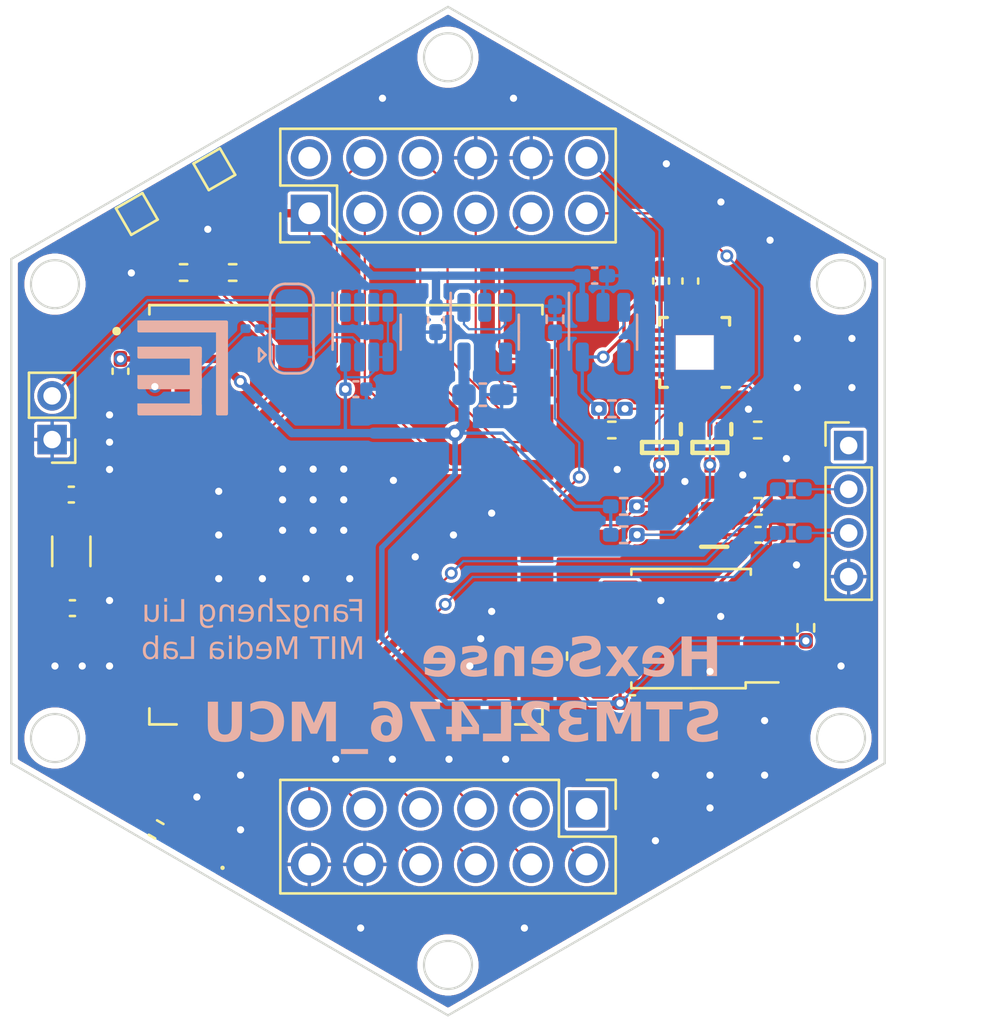
<source format=kicad_pcb>
(kicad_pcb (version 20241229) (generator "pcbnew") (generator_version "9.0")
  (layers (0 "F.Cu" signal) (2 "B.Cu" signal) (13 "F.Paste" user) (15 "B.Paste" user) (5 "F.SilkS" user "F.Silkscreen") (7 "B.SilkS" user "B.Silkscreen") (1 "F.Mask" user) (3 "B.Mask" user) (25 "Edge.Cuts" user))
  (net 0 "")
  (net 1 "GND")
  (net 2 "+3V3")
  (net 3 "/MOSI")
  (net 4 "/MISO")
  (net 5 "/D6")
  (net 6 "/SCK")
  (net 7 "Net-(J5-Pin_2)")
  (net 8 "Net-(U1-~{HOLD})")
  (net 9 "Net-(U1-~{WP})")
  (net 10 "/D7")
  (net 12 "Net-(JP1-C)")
  (net 14 "+1V8")
  (net 30 "Net-(U5-~{CS})")
  (net 31 "/SDA_1V8")
  (net 32 "/SCL_1V8")
  (net 33 "Net-(U5-REGOUT)")
  (net 34 "Net-(U2-IO16)")
  (net 35 "Net-(U2-IO15)")
  (net 36 "NRST")
  (net 37 "ADC1_CH7")
  (net 38 "Net-(JP1-A)")
  (net 39 "SPI1_MOSI")
  (net 40 "I2C2_SCL")
  (net 41 "I2C2_SDA")
  (net 42 "Net-(D1-A)")
  (net 43 "LED_TST")
  (net 44 "PB2")
  (net 45 "ADC1_CH14")
  (net 46 "I2C4_SCL")
  (net 47 "PB4")
  (net 48 "PC13")
  (net 49 "PC0")
  (net 50 "PB15")
  (net 51 "PB0")
  (net 52 "PA9")
  (net 53 "I2C4_SDA")
  (net 54 "SPI3_MOSI")
  (net 55 "PA10")
  (net 56 "PC6")
  (net 57 "PB5")
  (net 58 "USB+")
  (net 59 "PB9")
  (net 60 "PA11")
  (net 61 "PC11")
  (net 62 "SPI3_MISO")
  (net 63 "SPI3_CS")
  (net 64 "PD2")
  (net 65 "USB-")
  (net 66 "PC10")
  (net 67 "PB8")
  (net 68 "SPI2_SCK")
  (net 69 "SPI3_SCK")
  (net 70 "PA8")
  (net 71 "PC12")
  (net 72 "Net-(J6-Pin_2)")
  (net 73 "+5V")
  (net 74 "Net-(J6-Pin_3)")
  (net 75 "PA12")
  (net 76 "IO0")
  (net 77 "SPI1_SCK")
  (net 78 "/VBAT")
  (footprint "Capacitor_SMD:C_0402_1005Metric_Pad0.74x0.62mm_HandSolder" (layer "F.Cu") (at 135.16 93.701121 90)
    (property "Reference" "C6" (hide yes))
    (property "Value" "0.1uF")
  )
  (footprint "Resistor_SMD:R_0402_1005Metric_Pad0.72x0.64mm_HandSolder" (layer "F.Cu") (at 140.3 89.178621)
    (property "Reference" "R5" (hide yes))
    (property "Value" "10K")
  )
  (footprint "Connector_PinHeader_2.54mm:PinHeader_2x06_P2.54mm_Vertical" (layer "F.Cu") (at 143.81 86.465599 90)
    (property "Reference" "J1" (hide yes))
    (property "Value" "Conn_02x06_Odd_Even" (hide yes))
  )
  (footprint "Capacitor_SMD:C_0402_1005Metric_Pad0.74x0.62mm_HandSolder" (layer "F.Cu") (at 132.91 99.348621)
    (property "Reference" "C4" (hide yes))
    (property "Value" "18pF")
  )
  (footprint "Resistor_SMD:R_0402_1005Metric_Pad0.72x0.64mm_HandSolder" (layer "F.Cu") (at 155.9925 106.748621 -90)
    (property "Reference" "R12" (hide yes))
    (property "Value" "10K")
  )
  (footprint "Capacitor_SMD:C_0402_1005Metric_Pad0.74x0.62mm_HandSolder" (layer "F.Cu") (at 164.36 101.188621)
    (property "Reference" "C1" (hide yes))
    (property "Value" "0.01uF")
  )
  (footprint "Connector_PinHeader_2.54mm:PinHeader_2x06_P2.54mm_Vertical" (layer "F.Cu") (at 156.51 113.743621 -90)
    (property "Reference" "J2" (hide yes))
    (property "Value" "Conn_02x06_Odd_Even")
  )
  (footprint "TestPoint:TestPoint_Pad_1.0x1.0mm" (layer "F.Cu") (at 139.46 84.448621 30)
    (property "Reference" "TP3" (hide yes))
    (property "Value" "BAT_TP")
  )
  (footprint "Capacitor_SMD:C_0402_1005Metric_Pad0.74x0.62mm_HandSolder" (layer "F.Cu") (at 161.2575 89.568621 90)
    (property "Reference" "C16" (hide yes))
    (property "Value" "0.1uF")
  )
  (footprint "LED_SMD:LED_0402_1005Metric_Pad0.77x0.64mm_HandSolder" (layer "F.Cu") (at 138.74 115.808621 150)
    (property "Reference" "D1" (hide yes))
    (property "Value" "RED")
  )
  (footprint "Capacitor_SMD:C_0402_1005Metric_Pad0.74x0.62mm_HandSolder" (layer "F.Cu") (at 159.92 89.568621 90)
    (property "Reference" "C11" (hide yes))
    (property "Value" "0.1uF")
  )
  (footprint "Resistor_SMD:R_0402_1005Metric_Pad0.72x0.64mm_HandSolder" (layer "F.Cu") (at 166.55 105.448621 -90)
    (property "Reference" "R13" (hide yes))
    (property "Value" "10K")
  )
  (footprint "Capacitor_SMD:C_0402_1005Metric_Pad0.74x0.62mm_HandSolder" (layer "F.Cu") (at 158.61 108.898621)
    (property "Reference" "C3" (hide yes))
    (property "Value" "0.01uF")
  )
  (footprint "Resistor_SMD:R_0402_1005Metric_Pad0.72x0.64mm_HandSolder" (layer "F.Cu") (at 164.36 99.888621 180)
    (property "Reference" "R3" (hide yes))
    (property "Value" "10K")
  )
  (footprint "Crystal:Crystal_SMD_3215-2Pin_3.2x1.5mm" (layer "F.Cu") (at 132.91 101.948621 90)
    (property "Reference" "Y1" (hide yes))
    (property "Value" "32KHz")
  )
  (footprint "SamacSys_Parts:SOTFL50P160X60-3N" (layer "F.Cu") (at 159.845 97.190621 -90)
    (property "Reference" "Q2" (hide yes))
    (property "Value" "PJE8408_R1_00001" (hide yes))
  )
  (footprint "Resistor_SMD:R_0402_1005Metric_Pad0.72x0.64mm_HandSolder" (layer "F.Cu") (at 164.345 96.390621 180)
    (property "Reference" "R18" (hide yes))
    (property "Value" "10K")
  )
  (footprint "Sensor_Motion:InvenSense_QFN-24_3x3mm_P0.4mm" (layer "F.Cu") (at 161.4575 92.838621 180)
    (property "Reference" "U5" (hide yes))
    (property "Value" "ICM-20948")
  )
  (footprint "Resistor_SMD:R_0402_1005Metric_Pad0.72x0.64mm_HandSolder" (layer "F.Cu") (at 138.05 89.178621)
    (property "Reference" "R6" (hide yes))
    (property "Value" "10K")
  )
  (footprint "ESP32-S3-WROOM-1U-N16R8:XCVR_ESP32-S3-WROOM-1U-N16R8" (layer "F.Cu") (at 145.485 100.273621)
    (property "Reference" "U2" (hide yes))
    (property "Value" "ESP32-S3-WROOM-1U-N16R8")
  )
  (footprint "SamacSys_Parts:SOT65P210X100-6N" (layer "F.Cu") (at 161.4025 100.538621 180)
    (property "Reference" "IC2" (hide yes))
    (property "Value" "LTC4311CSC6#TRPBF" (hide yes))
  )
  (footprint "Capacitor_SMD:C_0402_1005Metric_Pad0.74x0.62mm_HandSolder" (layer "F.Cu") (at 132.96 104.548621)
    (property "Reference" "C2" (hide yes))
    (property "Value" "18pF")
  )
  (footprint "TestPoint:TestPoint_Pad_1.0x1.0mm" (layer "F.Cu") (at 135.91 86.498621 30)
    (property "Reference" "TP2" (hide yes))
    (property "Value" "BAT_TP")
  )
  (footprint "SamacSys_Parts:SOTFL50P160X60-3N" (layer "F.Cu") (at 162.155 97.190621 -90)
    (property "Reference" "Q1" (hide yes))
    (property "Value" "PJE8408_R1_00001" (hide yes))
  )
  (footprint "Connector_PinHeader_2.00mm:PinHeader_1x04_P2.00mm_Vertical" (layer "F.Cu") (at 168.51 97.10461)
    (property "Reference" "J6" (hide yes))
    (property "Value" "Conn_01x04_Pin")
  )
  (footprint "Resistor_SMD:R_0402_1005Metric_Pad0.72x0.64mm_HandSolder" (layer "F.Cu") (at 157.6625 96.390621 180)
    (property "Reference" "R17" (hide yes))
    (property "Value" "10K")
  )
  (footprint "Package_SO:SSOP-8_5.25x5.24mm_P1.27mm" (layer "F.Cu") (at 161.2925 105.486121 180)
    (property "Reference" "U1" (hide yes))
    (property "Value" "MB85RS2MTAPNF-G-BDERE1")
  )
  (footprint "Resistor_SMD:R_0402_1005Metric_Pad0.72x0.64mm_HandSolder" (layer "F.Cu") (at 136.79255 114.679871 -30)
    (property "Reference" "R1" (hide yes))
    (property "Value" "1K")
  )
  (footprint "Connector_PinHeader_2.00mm:PinHeader_1x02_P2.00mm_Vertical" (layer "F.Cu") (at 132.03 96.828621 180)
    (property "Reference" "J5" (hide yes))
    (property "Value" "RESET")
  )
  (footprint "Resistor_SMD:R_0402_1005Metric_Pad0.72x0.64mm_HandSolder" (layer "B.Cu") (at 165.86 99.10461 180)
    (property "Reference" "R7" (hide yes))
    (property "Value" "27")
  )
  (footprint "Package_TO_SOT_SMD:TSOT-23-5" (layer "B.Cu") (at 151.8425 91.911121 -90)
    (property "Reference" "U4" (hide yes))
    (property "Value" "ADP160AUJZ-3.3-R7")
  )
  (footprint "Resistor_SMD:R_0402_1005Metric_Pad0.72x0.64mm_HandSolder" (layer "B.Cu") (at 155.06 91.318621 -90)
    (property "Reference" "R4" (hide yes))
    (property "Value" "10K")
  )
  (footprint "Package_TO_SOT_SMD:TSOT-23-5" (layer "B.Cu") (at 157.26 91.911121 -90)
    (property "Reference" "U6" (hide yes))
    (property "Value" "ADP160AUJZ-1.8")
  )
  (footprint "Resistor_SMD:R_0402_1005Metric_Pad0.72x0.64mm_HandSolder" (layer "B.Cu") (at 157.67 95.418621 180)
    (property "Reference" "R21" (hide yes))
    (property "Value" "10K")
  )
  (footprint "Capacitor_SMD:C_0603_1608Metric_Pad1.08x0.95mm_HandSolder" (layer "B.Cu") (at 151.755 94.773621 180)
    (property "Reference" "C9" (hide yes))
    (property "Value" "10uF")
  )
  (footprint "Resistor_SMD:R_0402_1005Metric_Pad0.72x0.64mm_HandSolder" (layer "B.Cu") (at 158.21 99.888621)
    (property "Reference" "R22" (hide yes))
    (property "Value" "4.7K")
  )
  (footprint "Package_TO_SOT_SMD:SOT-23-8" (layer "B.Cu") (at 146.435 91.911121 -90)
    (property "Reference" "U3" (hide yes))
    (property "Value" "MAX6372")
  )
  (footprint "Resistor_SMD:R_0402_1005Metric_Pad0.72x0.64mm_HandSolder" (layer "B.Cu") (at 158.21 101.188621)
    (property "Reference" "R23" (hide yes))
    (property "Value" "4.7K")
  )
  (footprint "Capacitor_SMD:C_0402_1005Metric" (layer "B.Cu") (at 145.94 94.521121)
    (property "Reference" "C10" (hide yes))
    (property "Value" "0.1uF")
  )
  (footprint "Jumper:SolderJumper-3_P1.3mm_Open_RoundedPad1.0x1.5mm" (layer "B.Cu") (at 143.005 91.748621 90)
    (property "Reference" "JP1" (hide yes))
    (property "Value" "RST Jumper")
  )
  (footprint "Resistor_SMD:R_0201_0603Metric" (layer "B.Cu") (at 141.21 91.748621 180)
    (property "Reference" "R9" (hide yes))
    (property "Value" "0")
  )
  (footprint "Capacitor_SMD:C_0402_1005Metric_Pad0.74x0.62mm_HandSolder" (layer "B.Cu") (at 149.61 91.341121 -90)
    (property "Reference" "C8" (hide yes))
    (property "Value" "0.1uF")
  )
  (footprint "Resistor_SMD:R_0402_1005Metric_Pad0.72x0.64mm_HandSolder" (layer "B.Cu") (at 165.86 101.10461 180)
    (property "Reference" "R8" (hide yes))
    (property "Value" "27")
  )
  (footprint "Capacitor_SMD:C_0402_1005Metric_Pad0.74x0.62mm_HandSolder" (layer "B.Cu") (at 156.8775 89.323621)
    (property "Reference" "C14" (hide yes))
    (property "Value" "0.1uF")
  )
  (gr_rect (start 139.61 91.848621) (end 140.01 95.648621) (stroke (width 0.15)) (fill yes) (layer "B.SilkS"))
  (gr_rect (start 136.01 91.448621) (end 140.01 91.848621) (stroke (width 0.15)) (fill yes) (layer "B.SilkS"))
  (gr_rect (start 138.41 92.648621) (end 138.81 95.648621) (stroke (width 0.15)) (fill yes) (layer "B.SilkS"))
  (gr_rect (start 136.01 95.248621) (end 138.81 95.648621) (stroke (width 0.15)) (fill yes) (layer "B.SilkS"))
  (gr_rect (start 136.01 92.648621) (end 138.81 93.048621) (stroke (width 0.15)) (fill yes) (layer "B.SilkS"))
  (gr_rect (start 136.01 93.948621) (end 138.81 94.448621) (stroke (width 0.15)) (fill yes) (layer "B.SilkS"))
  (gr_line (start 130.16 88.557605) (end 130.16 111.651615) (stroke (width 0.1)) (layer "Edge.Cuts"))
  (gr_circle (center 168.16 110.496915) (end 169.26 110.496915) (stroke (width 0.1)) (fill no) (layer "Edge.Cuts"))
  (gr_line (start 130.16 111.651615) (end 150.16 123.198621) (stroke (width 0.1)) (layer "Edge.Cuts"))
  (gr_circle (center 168.16 89.712305) (end 169.26 89.712305) (stroke (width 0.1)) (fill no) (layer "Edge.Cuts"))
  (gr_circle (center 132.16 89.712305) (end 133.26 89.712305) (stroke (width 0.1)) (fill no) (layer "Edge.Cuts"))
  (gr_line (start 150.16 77.010599) (end 130.16 88.557605) (stroke (width 0.1)) (layer "Edge.Cuts"))
  (gr_line (start 170.16 88.557605) (end 150.16 77.010599) (stroke (width 0.1)) (layer "Edge.Cuts"))
  (gr_circle (center 150.16 79.32) (end 151.26 79.32) (stroke (width 0.1)) (fill no) (layer "Edge.Cuts"))
  (gr_circle (center 150.16 120.88922) (end 151.26 120.88922) (stroke (width 0.1)) (fill no) (layer "Edge.Cuts"))
  (gr_line (start 170.16 111.651615) (end 170.16 88.557605) (stroke (width 0.1)) (layer "Edge.Cuts"))
  (gr_line (start 150.16 123.198621) (end 170.16 111.651615) (stroke (width 0.1)) (layer "Edge.Cuts"))
  (gr_circle (center 132.16 110.496915) (end 133.26 110.496915) (stroke (width 0.1)) (fill no) (layer "Edge.Cuts"))
  (gr_text "Fangzheng Liu\nMIT Media Lab" (at 146.36 107.048621 0) (layer "B.SilkS") (effects (font (size 1.016 1.016) (thickness 0.127)) (justify left bottom mirror)))
  (gr_text "HexSense\nSTM32L476_MCU" (at 162.71 110.948621 0) (layer "B.SilkS") (effects (font (size 1.778 1.778) (thickness 0.4445) (bold yes)) (justify left bottom mirror)))
  (segment (start 162.3525 100.538621) (end 160.4525 100.538621) (width 0.254) (layer "F.Cu") (net 1))
  (segment (start 162.3525 100.538621) (end 163.18 100.538621) (width 0.254) (layer "F.Cu") (net 1))
  (segment (start 160.4525 100.538621) (end 159.64 100.538621) (width 0.254) (layer "F.Cu") (net 1))
  (via (at 145.385 98.183621) (size 0.5842) (drill 0.3302) (layers "F.Cu" "B.Cu") (net 1))
  (via (at 140.66 114.698621) (size 0.5842) (drill 0.3302) (layers "F.Cu" "B.Cu") (net 1))
  (via (at 145.385 100.983621) (size 0.5842) (drill 0.3302) (layers "F.Cu" "B.Cu") (net 1))
  (via (at 152.16 100.198621) (size 0.5842) (drill 0.3302) (layers "F.Cu" "B.Cu") (net 1))
  (via (at 134.66 104.198621) (size 0.5842) (drill 0.3302) (layers "F.Cu" "B.Cu") (net 1))
  (via (at 159.66 112.198621) (size 0.5842) (drill 0.3302) (layers "F.Cu" "B.Cu") (net 1))
  (via (at 164.66 112.198621) (size 0.5842) (drill 0.3302) (layers "F.Cu" "B.Cu") (net 1))
  (via (at 145.66 103.198621) (size 0.5842) (drill 0.3302) (layers "F.Cu" "B.Cu") (net 1))
  (via (at 143.985 99.583621) (size 0.5842) (drill 0.3302) (layers "F.Cu" "B.Cu") (net 1))
  (via (at 139.66 99.198621) (size 0.5842) (drill 0.3302) (layers "F.Cu" "B.Cu") (net 1))
  (via (at 140.66 112.198621) (size 0.5842) (drill 0.3302) (layers "F.Cu" "B.Cu") (net 1))
  (via (at 165.66 97.698621) (size 0.5842) (drill 0.3302) (layers "F.Cu" "B.Cu") (net 1))
  (via (at 134.66 96.948621) (size 0.5842) (drill 0.3302) (layers "F.Cu" "B.Cu") (net 1))
  (via (at 168.16 107.198621) (size 0.5842) (drill 0.3302) (layers "F.Cu" "B.Cu") (net 1))
  (via (at 139.16 87.198621) (size 0.5842) (drill 0.3302) (layers "F.Cu" "B.Cu") (net 1))
  (via (at 143.66 103.198621) (size 0.5842) (drill 0.3302) (layers "F.Cu" "B.Cu") (net 1))
  (via (at 146.16 119.198621) (size 0.5842) (drill 0.3302) (layers "F.Cu" "B.Cu") (net 1))
  (via (at 142.585 99.583621) (size 0.5842) (drill 0.3302) (layers "F.Cu" "B.Cu") (net 1))
  (via (at 162.66 85.948621) (size 0.5842) (drill 0.3302) (layers "F.Cu" "B.Cu") (net 1))
  (via (at 168.66 94.448621) (size 0.5842) (drill 0.3302) (layers "F.Cu" "B.Cu") (net 1))
  (via (at 134.66 95.698621) (size 0.5842) (drill 0.3302) (layers "F.Cu" "B.Cu") (net 1))
  (via (at 141.66 103.198621) (size 0.5842) (drill 0.3302) (layers "F.Cu" "B.Cu") (net 1))
  (via (at 133.41 107.198621) (size 0.5842) (drill 0.3302) (layers "F.Cu" "B.Cu") (net 1))
  (via (at 161.01 98.748621) (size 0.5842) (drill 0.3302) (layers "F.Cu" "B.Cu") (net 1))
  (via (at 168.66 92.198621) (size 0.5842) (drill 0.3302) (layers "F.Cu" "B.Cu") (net 1))
  (via (at 145.385 99.583621) (size 0.5842) (drill 0.3302) (layers "F.Cu" "B.Cu") (net 1))
  (via (at 152.16 104.698621) (size 0.5842) (drill 0.3302) (layers "F.Cu" "B.Cu") (net 1))
  (via (at 142.585 98.183621) (size 0.5842) (drill 0.3302) (layers "F.Cu" "B.Cu") (net 1))
  (via (at 143.985 100.983621) (size 0.5842) (drill 0.3302) (layers "F.Cu" "B.Cu") (net 1))
  (via (at 135.66 89.198621) (size 0.5842) (drill 0.3302) (layers "F.Cu" "B.Cu") (net 1))
  (via (at 152.8 111.468621) (size 0.5842) (drill 0.3302) (layers "F.Cu" "B.Cu") (net 1))
  (via (at 166.16 92.198621) (size 0.5842) (drill 0.3302) (layers "F.Cu" "B.Cu") (net 1))
  (via (at 162.65 104.928621) (size 0.5842) (drill 0.3302) (layers "F.Cu" "B.Cu") (net 1))
  (via (at 134.66 98.198621) (size 0.5842) (drill 0.3302) (layers "F.Cu" "B.Cu") (net 1))
  (via (at 139.66 103.198621) (size 0.5842) (drill 0.3302) (layers "F.Cu" "B.Cu") (net 1))
  (via (at 166.12 102.568621) (size 0.5842) (drill 0.3302) (layers "F.Cu" "B.Cu") (net 1))
  (via (at 151.66 105.948621) (size 0.5842) (drill 0.3302) (layers "F.Cu" "B.Cu") (net 1))
  (via (at 159.66 115.198621) (size 0.5842) (drill 0.3302) (layers "F.Cu" "B.Cu") (net 1))
  (via (at 138.66 113.198621) (size 0.5842) (drill 0.3302) (layers "F.Cu" "B.Cu") (net 1))
  (via (at 163.66 98.448621) (size 0.5842) (drill 0.3302) (layers "F.Cu" "B.Cu") (net 1))
  (via (at 151.16 107.198621) (size 0.5842) (drill 0.3302) (layers "F.Cu" "B.Cu") (net 1))
  (via (at 147.613333 111.468621) (size 0.5842) (drill 0.3302) (layers "F.Cu" "B.Cu") (net 1))
  (via (at 153.16 81.198621) (size 0.5842) (drill 0.3302) (layers "F.Cu" "B.Cu") (net 1))
  (via (at 150.41 101.198621) (size 0.5842) (drill 0.3302) (layers "F.Cu" "B.Cu") (net 1))
  (via (at 159.91 104.198621) (size 0.5842) (drill 0.3302) (layers "F.Cu" "B.Cu") (net 1))
  (via (at 160.16 84.198621) (size 0.5842) (drill 0.3302) (layers "F.Cu" "B.Cu") (net 1))
  (via (at 150.206667 111.468621) (size 0.5842) (drill 0.3302) (layers "F.Cu" "B.Cu") (net 1))
  (via (at 143.985 98.183621) (size 0.5842) (drill 0.3302) (layers "F.Cu" "B.Cu") (net 1))
  (via (at 164.66 109.698621) (size 0.5842) (drill 0.3302) (layers "F.Cu" "B.Cu") (net 1))
  (via (at 157.91 98.198621) (size 0.5842) (drill 0.3302) (layers "F.Cu" "B.Cu") (net 1))
  (via (at 147.16 81.198621) (size 0.5842) (drill 0.3302) (layers "F.Cu" "B.Cu") (net 1))
  (via (at 162.16 113.698621) (size 0.5842) (drill 0.3302) (layers "F.Cu" "B.Cu") (net 1))
  (via (at 162.16 107.448621) (size 0.5842) (drill 0.3302) (layers "F.Cu" "B.Cu") (net 1))
  (via (at 134.66 107.198621) (size 0.5842) (drill 0.3302) (layers "F.Cu" "B.Cu") (net 1))
  (via (at 153.66 119.198621) (size 0.5842) (drill 0.3302) (layers "F.Cu" "B.Cu") (net 1))
  (via (at 164.91 87.698621) (size 0.5842) (drill 0.3302) (layers "F.Cu" "B.Cu") (net 1))
  (via (at 162.16 112.198621) (size 0.5842) (drill 0.3302) (layers "F.Cu" "B.Cu") (net 1))
  (via (at 148.66 102.198621) (size 0.5842) (drill 0.3302) (layers "F.Cu" "B.Cu") (net 1))
  (via (at 145.02 111.468621) (size 0.5842) (drill 0.3302) (layers "F.Cu" "B.Cu") (net 1))
  (via (at 166.16 94.448621) (size 0.5842) (drill 0.3302) (layers "F.Cu" "B.Cu") (net 1))
  (via (at 163.92 95.438621) (size 0.5842) (drill 0.3302) (layers "F.Cu" "B.Cu") (net 1))
  (via (at 142.585 100.983621) (size 0.5842) (drill 0.3302) (layers "F.Cu" "B.Cu") (net 1))
  (via (at 147.66 98.698621) (size 0.5842) (drill 0.3302) (layers "F.Cu" "B.Cu") (net 1))
  (via (at 132.16 107.198621) (size 0.5842) (drill 0.3302) (layers "F.Cu" "B.Cu") (net 1))
  (via (at 139.66 101.198621) (size 0.5842) (drill 0.3302) (layers "F.Cu" "B.Cu") (net 1))
  (segment (start 163.7925 102.196121) (end 158.5975 107.391121) (width 0.1524) (layer "F.Cu") (net 2))
  (segment (start 158.5975 107.391121) (end 158.0425 107.391121) (width 0.1524) (layer "F.Cu") (net 2))
  (segment (start 156.7 108.898621) (end 158.0425 108.898621) (width 0.1016) (layer "F.Cu") (net 2))
  (segment (start 163.7925 101.188621) (end 162.3525 101.188621) (width 0.1524) (layer "F.Cu") (net 2))
  (segment (start 140.65 94.168621) (end 139.615 93.133621) (width 0.381) (layer "F.Cu") (net 2))
  (segment (start 139.615 93.133621) (end 136.735 93.133621) (width 0.381) (layer "F.Cu") (net 2))
  (segment (start 155.9925 108.191121) (end 156.7 108.898621) (width 0.1016) (layer "F.Cu") (net 2))
  (segment (start 155.9925 107.346121) (end 155.9925 108.191121) (width 0.1016) (layer "F.Cu") (net 2))
  (segment (start 163.7925 101.188621) (end 163.7925 102.196121) (width 0.1524) (layer "F.Cu") (net 2))
  (segment (start 158.0425 108.898621) (end 158.0425 107.391121) (width 0.1524) (layer "F.Cu") (net 2))
  (segment (start 135.16 93.133621) (end 136.735 93.133621) (width 0.254) (layer "F.Cu") (net 2))
  (via (at 158.0425 108.898621) (size 0.5842) (drill 0.3302) (layers "F.Cu" "B.Cu") (net 2))
  (via (at 166.55 106.046121) (size 0.5842) (drill 0.3302) (layers "F.Cu" "B.Cu") (net 2))
  (via (at 140.65 94.168621) (size 0.5842) (drill 0.3302) (layers "F.Cu" "B.Cu") (net 2))
  (via (at 150.485 96.533621) (size 0.762) (drill 0.4064) (layers "F.Cu" "B.Cu") (net 2))
  (via (at 135.16 93.133621) (size 0.5842) (drill 0.3302) (layers "F.Cu" "B.Cu") (net 2))
  (via (at 145.46 94.518621) (size 0.5842) (drill 0.3302) (layers "F.Cu" "B.Cu") (net 2))
  (segment (start 145.46 96.533621) (end 146.755 96.533621) (width 0.381) (layer "B.Cu") (net 2))
  (segment (start 145.46 94.521121) (end 145.46 94.518621) (width 0.1524) (layer "B.Cu") (net 2))
  (segment (start 160.895 106.046121) (end 158.0425 108.898621) (width 0.1016) (layer "B.Cu") (net 2))
  (segment (start 150.8925 96.126121) (end 150.485 96.533621) (width 0.508) (layer "B.Cu") (net 2))
  (segment (start 145.46 94.518621) (end 145.46 93.923621) (width 0.1524) (layer "B.Cu") (net 2))
  (segment (start 146.76 93.048621) (end 146.76 93.71112) (width 0.1016) (layer "B.Cu") (net 2))
  (segment (start 147.41 93.048621) (end 147.41 90.773621) (width 0.1016) (layer "B.Cu") (net 2))
  (segment (start 157.6125 101.188621) (end 157.6125 99.888621) (width 0.1524) (layer "B.Cu") (net 2))
  (segment (start 147.13 105.918621) (end 150.11 108.898621) (width 0.254) (layer "B.Cu") (net 2))
  (segment (start 150.8925 93.048621) (end 150.8925 94.773621) (width 0.508) (layer "B.Cu") (net 2))
  (segment (start 150.485 96.533621) (end 152.6525 96.533621) (width 0.1524) (layer "B.Cu") (net 2))
  (segment (start 145.46 93.923621) (end 145.46 93.048621) (width 0.1524) (layer "B.Cu") (net 2))
  (segment (start 150.485 98.423621) (end 147.13 101.778621) (width 0.254) (layer "B.Cu") (net 2))
  (segment (start 156.0075 99.888621) (end 157.6125 99.888621) (width 0.1524) (layer "B.Cu") (net 2))
  (segment (start 146.76 93.71112) (end 146.497499 93.973621) (width 0.1016) (layer "B.Cu") (net 2))
  (segment (start 140.65 94.168621) (end 143.015 96.533621) (width 0.381) (layer "B.Cu") (net 2))
  (segment (start 143.015 96.533621) (end 145.46 96.533621) (width 0.381) (layer "B.Cu") (net 2))
  (segment (start 166.55 106.046121) (end 160.895 106.046121) (width 0.1016) (layer "B.Cu") (net 2))
  (segment (start 150.11 108.898621) (end 158.0425 108.898621) (width 0.254) (layer "B.Cu") (net 2))
  (segment (start 147.13 101.778621) (end 147.13 105.918621) (width 0.254) (layer "B.Cu") (net 2))
  (segment (start 146.497499 93.973621) (end 145.46 93.973621) (width 0.1016) (layer "B.Cu") (net 2))
  (segment (start 150.485 96.533621) (end 150.485 98.423621) (width 0.254) (layer "B.Cu") (net 2))
  (segment (start 145.46 94.521121) (end 145.46 96.533621) (width 0.1524) (layer "B.Cu") (net 2))
  (segment (start 150.8925 94.773621) (end 150.8925 96.126121) (width 0.508) (layer "B.Cu") (net 2))
  (segment (start 152.6525 96.533621) (end 156.0075 99.888621) (width 0.1524) (layer "B.Cu") (net 2))
  (segment (start 147.41 93.048621) (end 146.76 93.048621) (width 0.1016) (layer "B.Cu") (net 2))
  (segment (start 150.485 96.533621) (end 146.755 96.533621) (width 0.508) (layer "B.Cu") (net 2))
  (segment (start 132.03 94.828621) (end 136.41 90.448621) (width 0.1016) (layer "B.Cu") (net 7))
  (segment (start 136.41 90.448621) (end 143.005 90.448621) (width 0.1016) (layer "B.Cu") (net 7))
  (segment (start 158.0125 106.151121) (end 158.0425 106.121121) (width 0.1016) (layer "F.Cu") (net 8))
  (segment (start 155.9925 106.151121) (end 158.0125 106.151121) (width 0.1016) (layer "F.Cu") (net 8))
  (segment (start 164.5425 104.851121) (end 166.55 104.851121) (width 0.1016) (layer "F.Cu") (net 9))
  (segment (start 163.7625 99.888621) (end 162.3525 99.888621) (width 0.1016) (layer "F.Cu") (net 10))
  (segment (start 141.53 91.748621) (end 143.005 91.748621) (width 0.1016) (layer "B.Cu") (net 12))
  (segment (start 159.92 90.136121) (end 160.4663 89.589821) (width 0.1524) (layer "F.Cu") (net 14))
  (segment (start 157.065 95.426121) (end 157.0725 95.418621) (width 0.1016) (layer "F.Cu") (net 14))
  (segment (start 162.655 96.503621) (end 162.655 96.390621) (width 0.1016) (layer "F.Cu") (net 14))
  (segment (start 159.2225 90.136121) (end 159.92 90.136121) (width 0.1524) (layer "F.Cu") (net 14))
  (segment (start 159.92 91.838621) (end 159.92 90.136121) (width 0.1524) (layer "F.Cu") (net 14))
  (segment (start 160.345 96.513621) (end 160.82 96.988621) (width 0.1016) (layer "F.Cu") (net 14))
  (segment (start 157.065 96.390621) (end 157.065 95.426121) (width 0.1016) (layer "F.Cu") (net 14))
  (segment (start 157.065 96.390621) (end 157.673 96.998621) (width 0.1016) (layer "F.Cu") (net 14))
  (segment (start 162.0575 90.731121) (end 162.0575 91.301121) (width 0.1524) (layer "F.Cu") (net 14))
  (segment (start 160.345 96.523621) (end 160.345 96.390621) (width 0.1016) (layer "F.Cu") (net 14))
  (segment (start 158.22 91.138621) (end 159.2225 90.136121) (width 0.1524) (layer "F.Cu") (net 14))
  (segment (start 157.673 96.998621) (end 159.87 96.998621) (width 0.1016) (layer "F.Cu") (net 14))
  (segment (start 162.0575 90.006121) (end 162.0575 90.731121) (width 0.1524) (layer "F.Cu") (net 14))
  (segment (start 163.7475 96.390621) (end 162.655 96.390621) (width 0.1016) (layer "F.Cu") (net 14))
  (segment (start 161.6412 89.589821) (end 162.0575 90.006121) (width 0.1524) (layer "F.Cu") (net 14))
  (segment (start 158.22 92.098621) (end 158.22 91.138621) (width 0.1524) (layer "F.Cu") (net 14))
  (segment (start 160.345 96.390621) (end 160.345 96.513621) (width 0.1016) (layer "F.Cu") (net 14))
  (segment (start 157.27 93.048621) (end 158.22 92.098621) (width 0.1524) (layer "F.Cu") (net 14))
  (segment (start 159.87 96.998621) (end 160.345 96.523621) (width 0.1016) (layer "F.Cu") (net 14))
  (segment (start 160.4663 89.589821) (end 161.6412 89.589821) (width 0.1524) (layer "F.Cu") (net 14))
  (segment (start 162.17 96.988621) (end 162.655 96.503621) (width 0.1016) (layer "F.Cu") (net 14))
  (segment (start 160.82 96.988621) (end 162.17 96.988621) (width 0.1016) (layer "F.Cu") (net 14))
  (via (at 157.27 93.048621) (size 0.5842) (drill 0.3302) (layers "F.Cu" "B.Cu") (net 14))
  (via (at 157.065 95.426121) (size 0.5842) (drill 0.3302) (layers "F.Cu" "B.Cu") (net 14))
  (segment (start 156.31 93.048621) (end 157.27 93.048621) (width 0.1524) (layer "B.Cu") (net 14))
  (segment (start 157.065 95.426121) (end 156.31 94.671121) (width 0.1524) (layer "B.Cu") (net 14))
  (segment (start 156.31 94.671121) (end 156.31 93.048621) (width 0.1524) (layer "B.Cu") (net 14))
  (segment (start 161.6575 95.031121) (end 161.27 95.418621) (width 0.1016) (layer "F.Cu") (net 30))
  (segment (start 161.6575 94.376121) (end 161.6575 95.031121) (width 0.1016) (layer "F.Cu") (net 30))
  (segment (start 161.27 95.418621) (end 158.2675 95.418621) (width 0.1016) (layer "F.Cu") (net 30))
  (via (at 158.2675 95.418621) (size 0.5842) (drill 0.3302) (layers "F.Cu" "B.Cu") (net 30))
  (segment (start 164.9425 95.381121) (end 164.9425 96.390621) (width 0.1016) (layer "F.Cu") (net 31))
  (segment (start 162.4575 94.376121) (end 163.9375 94.376121) (width 0.1016) (layer "F.Cu") (net 31))
  (segment (start 162.4575 95.081121) (end 161.655 95.883621) (width 0.1016) (layer "F.Cu") (net 31))
  (segment (start 161.655 95.883621) (end 161.655 96.390621) (width 0.1016) (layer "F.Cu") (net 31))
  (segment (start 162.4575 94.376121) (end 162.4575 95.081121) (width 0.1016) (layer "F.Cu") (net 31))
  (segment (start 163.9375 94.376121) (end 164.9425 95.381121) (width 0.1016) (layer "F.Cu") (net 31))
  (segment (start 162.0575 94.376121) (end 162.0575 95.061121) (width 0.1016) (layer "F.Cu") (net 32))
  (segment (start 160.037 95.698621) (end 159.345 96.390621) (width 0.1016) (layer "F.Cu") (net 32))
  (segment (start 159.345 96.390621) (end 158.26 96.390621) (width 0.1016) (layer "F.Cu") (net 32))
  (segment (start 161.42 95.698621) (end 160.037 95.698621) (width 0.1016) (layer "F.Cu") (net 32))
  (segment (start 162.0575 95.061121) (end 161.42 95.698621) (width 0.1016) (layer "F.Cu") (net 32))
  (segment (start 161.2575 91.301121) (end 161.2575 90.136121) (width 0.1397) (layer "F.Cu") (net 33))
  (segment (start 132.91 103.198621) (end 132.91 103.931121) (width 0.1016) (layer "F.Cu") (net 34))
  (segment (start 134.085 102.023621) (end 136.735 102.023621) (width 0.1016) (layer "F.Cu") (net 34))
  (segment (start 132.91 103.198621) (end 134.085 102.023621) (width 0.1016) (layer "F.Cu") (net 34))
  (segment (start 132.91 103.931121) (end 133.5275 104.548621) (width 0.1016) (layer "F.Cu") (net 34))
  (segment (start 132.91 100.698621) (end 136.68 100.698621) (width 0.1016) (layer "F.Cu") (net 35))
  (segment (start 136.68 100.698621) (end 136.735 100.753621) (width 0.1016) (layer "F.Cu") (net 35))
  (segment (start 132.91 100.698621) (end 132.91 99.916121) (width 0.1016) (layer "F.Cu") (net 35))
  (segment (start 132.91 99.916121) (end 133.4775 99.348621) (width 0.1016) (layer "F.Cu") (net 35))
  (via (at 136.735 94.403621) (size 0.5842) (drill 0.3302) (layers "F.Cu" "B.Cu") (net 36))
  (segment (start 136.735 94.403621) (end 136.765 94.433621) (width 0.1016) (layer "B.Cu") (net 36))
  (segment (start 136.765 94.433621) (end 138.205 94.433621) (width 0.1016) (layer "B.Cu") (net 36))
  (segment (start 138.205 94.433621) (end 140.89 91.748621) (width 0.1016) (layer "B.Cu") (net 36))
  (segment (start 145.785 92.148621) (end 146.11 92.473621) (width 0.1016) (layer "B.Cu") (net 38))
  (segment (start 144.835 92.148621) (end 145.785 92.148621) (width 0.1016) (layer "B.Cu") (net 38))
  (segment (start 146.11 92.473621) (end 146.11 93.048621) (width 0.1016) (layer "B.Cu") (net 38))
  (segment (start 143.005 93.048621) (end 143.935 93.048621) (width 0.1016) (layer "B.Cu") (net 38))
  (segment (start 143.935 93.048621) (end 144.835 92.148621) (width 0.1016) (layer "B.Cu") (net 38))
  (segment (start 151.2 110.973621) (end 151.2 109.623621) (width 0.1016) (layer "F.Cu") (net 39))
  (segment (start 153.97 113.743621) (end 151.2 110.973621) (width 0.1016) (layer "F.Cu") (net 39))
  (segment (start 157.945 100.753621) (end 158.81 99.888621) (width 0.1016) (layer "F.Cu") (net 40))
  (segment (start 154.235 100.753621) (end 157.945 100.753621) (width 0.1016) (layer "F.Cu") (net 40))
  (segment (start 160.4525 99.888621) (end 158.81 99.888621) (width 0.1016) (layer "F.Cu") (net 40))
  (via (at 158.81 99.888621) (size 0.5842) (drill 0.3302) (layers "F.Cu" "B.Cu") (net 40))
  (via (at 159.845 97.990621) (size 0.5842) (drill 0.3302) (layers "F.Cu" "B.Cu") (net 40))
  (segment (start 159.845 87.260599) (end 156.51 83.925599) (width 0.1016) (layer "B.Cu") (net 40))
  (segment (start 159.845 98.853621) (end 158.81 99.888621) (width 0.1016) (layer "B.Cu") (net 40))
  (segment (start 159.845 97.990621) (end 159.845 87.260599) (width 0.1016) (layer "B.Cu") (net 40))
  (segment (start 159.845 97.990621) (end 159.845 98.853621) (width 0.1016) (layer "B.Cu") (net 40))
  (segment (start 154.235 102.023621) (end 157.985 102.023621) (width 0.1016) (layer "F.Cu") (net 41))
  (segment (start 162.93 88.418621) (end 160.976978 86.465599) (width 0.1016) (layer "F.Cu") (net 41))
  (segment (start 160.976978 86.465599) (end 156.51 86.465599) (width 0.1016) (layer "F.Cu") (net 41))
  (segment (start 157.985 102.023621) (end 158.82 101.188621) (width 0.1016) (layer "F.Cu") (net 41))
  (segment (start 160.4525 101.188621) (end 158.82 101.188621) (width 0.1016) (layer "F.Cu") (net 41))
  (via (at 162.93 88.418621) (size 0.5842) (drill 0.3302) (layers "F.Cu" "B.Cu") (net 41))
  (via (at 158.82 101.188621) (size 0.5842) (drill 0.3302) (layers "F.Cu" "B.Cu") (net 41))
  (via (at 162.155 97.990621) (size 0.5842) (drill 0.3302) (layers "F.Cu" "B.Cu") (net 41))
  (segment (start 160.49 101.188621) (end 162.155 99.523621) (width 0.1016) (layer "B.Cu") (net 41))
  (segment (start 162.155 96.133621) (end 162.155 97.990621) (width 0.1016) (layer "B.Cu") (net 41))
  (segment (start 158.8075 101.188621) (end 160.49 101.188621) (width 0.1016) (layer "B.Cu") (net 41))
  (segment (start 162.93 88.418621) (end 164.41 89.898621) (width 0.1016) (layer "B.Cu") (net 41))
  (segment (start 164.41 89.898621) (end 164.41 93.878621) (width 0.1016) (layer "B.Cu") (net 41))
  (segment (start 162.155 99.523621) (end 162.155 97.990621) (width 0.1016) (layer "B.Cu") (net 41))
  (segment (start 164.41 93.878621) (end 162.155 96.133621) (width 0.1016) (layer "B.Cu") (net 41))
  (segment (start 137.31 114.978621) (end 138.2442 115.522371) (width 0.1016) (layer "F.Cu") (net 42))
  (segment (start 138.5 109.623621) (end 138.5 110.788621) (width 0.1016) (layer "F.Cu") (net 43))
  (segment (start 138.5 110.788621) (end 136.2751 113.013521) (width 0.1016) (layer "F.Cu") (net 43))
  (segment (start 136.2751 113.013521) (end 136.2751 114.381121) (width 0.1016) (layer "F.Cu") (net 43))
  (segment (start 154.235 99.483621) (end 155.235 99.483621) (width 0.1016) (layer "F.Cu") (net 44))
  (segment (start 155.235 99.483621) (end 156.17 98.548621) (width 0.1016) (layer "F.Cu") (net 44))
  (via (at 156.17 98.548621) (size 0.5842) (drill 0.3302) (layers "F.Cu" "B.Cu") (net 44))
  (segment (start 156.17 98.548621) (end 156.17 96.978621) (width 0.1016) (layer "B.Cu") (net 44))
  (segment (start 157.9025 91.916121) (end 158.21 91.608621) (width 0.1016) (layer "B.Cu") (net 44))
  (segment (start 155.06 91.916121) (end 157.9025 91.916121) (width 0.1016) (layer "B.Cu") (net 44))
  (segment (start 156.17 96.978621) (end 155.06 95.868621) (width 0.1016) (layer "B.Cu") (net 44))
  (segment (start 155.06 95.868621) (end 155.06 91.916121) (width 0.1016) (layer "B.Cu") (net 44))
  (segment (start 158.21 91.608621) (end 158.21 90.773621) (width 0.1016) (layer "B.Cu") (net 44))
  (segment (start 148.89 93.348621) (end 152.485 96.943621) (width 0.1016) (layer "F.Cu") (net 45))
  (segment (start 148.89 86.465599) (end 148.89 93.348621) (width 0.1016) (layer "F.Cu") (net 45))
  (segment (start 152.485 96.943621) (end 154.235 96.943621) (width 0.1016) (layer "F.Cu") (net 45))
  (segment (start 147.77 112.978621) (end 147.77 115.163621) (width 0.1016) (layer "F.Cu") (net 47))
  (segment (start 144.85 110.058621) (end 147.77 112.978621) (width 0.1016) (layer "F.Cu") (net 47))
  (segment (start 144.85 109.623621) (end 144.85 110.058621) (width 0.1016) (layer "F.Cu") (net 47))
  (segment (start 147.77 115.163621) (end 148.89 116.283621) (width 0.1016) (layer "F.Cu") (net 47))
  (segment (start 150.31 112.938621) (end 150.31 115.163621) (width 0.1016) (layer "F.Cu") (net 48))
  (segment (start 147.39 109.623621) (end 147.39 110.018621) (width 0.1016) (layer "F.Cu") (net 48))
  (segment (start 147.39 110.018621) (end 150.31 112.938621) (width 0.1016) (layer "F.Cu") (net 48))
  (segment (start 150.31 115.163621) (end 151.43 116.283621) (width 0.1016) (layer "F.Cu") (net 48))
  (segment (start 155.39 112.918621) (end 155.39 115.163621) (width 0.1016) (layer "F.Cu") (net 49))
  (segment (start 152.47 109.998621) (end 155.39 112.918621) (width 0.1016) (layer "F.Cu") (net 49))
  (segment (start 155.39 115.163621) (end 156.51 116.283621) (width 0.1016) (layer "F.Cu") (net 49))
  (segment (start 152.47 109.623621) (end 152.47 109.998621) (width 0.1016) (layer "F.Cu") (net 49))
  (segment (start 152.87 115.183621) (end 153.97 116.283621) (width 0.1016) (layer "F.Cu") (net 51))
  (segment (start 152.87 113.018621) (end 152.87 115.183621) (width 0.1016) (layer "F.Cu") (net 51))
  (segment (start 149.93 110.078621) (end 152.87 113.018621) (width 0.1016) (layer "F.Cu") (net 51))
  (segment (start 149.93 109.623621) (end 149.93 110.078621) (width 0.1016) (layer "F.Cu") (net 51))
  (segment (start 146.35 86.465599) (end 146.35 94.368621) (width 0.1016) (layer "F.Cu") (net 54))
  (segment (start 146.35 94.368621) (end 150.195 98.213621) (width 0.1016) (layer "F.Cu") (net 54))
  (segment (start 150.195 98.213621) (end 154.235 98.213621) (width 0.1016) (layer "F.Cu") (net 54))
  (segment (start 139.7025 89.178621) (end 139.7025 90.041121) (width 0.1016) (layer "F.Cu") (net 57))
  (segment (start 138.6475 89.178621) (end 139.7025 89.178621) (width 0.1016) (layer "F.Cu") (net 57))
  (segment (start 141.105 95.673621) (end 136.735 95.673621) (width 0.1016) (layer "F.Cu") (net 57))
  (segment (start 139.7025 90.041121) (end 142.18 92.518621) (width 0.1016) (layer "F.Cu") (net 57))
  (segment (start 142.18 92.518621) (end 142.18 94.598621) (width 0.1016) (layer "F.Cu") (net 57))
  (segment (start 142.18 94.598621) (end 141.105 95.673621) (width 0.1016) (layer "F.Cu") (net 57))
  (segment (start 146.43 107.978621) (end 150.035 104.373621) (width 0.1016) (layer "F.Cu") (net 58))
  (segment (start 136.735 108.373621) (end 137.13 107.978621) (width 0.1016) (layer "F.Cu") (net 58))
  (segment (start 137.13 107.978621) (end 146.43 107.978621) (width 0.1016) (layer "F.Cu") (net 58))
  (via (at 150.035 104.373621) (size 0.5842) (drill 0.3302) (layers "F.Cu" "B.Cu") (net 58))
  (segment (start 151.285 103.123621) (end 150.035 104.373621) (width 0.1016) (layer "B.Cu") (net 58))
  (segment (start 163.243489 103.123621) (end 151.285 103.123621) (width 0.1016) (layer "B.Cu") (net 58))
  (segment (start 165.2625 101.10461) (end 163.243489 103.123621) (width 0.1016) (layer "B.Cu") (net 58))
  (segment (start 145.07 85.205599) (end 146.35 83.925599) (width 0.1016) (layer "F.Cu") (net 60))
  (segment (start 145.07 93.258621) (end 145.07 85.205599) (width 0.1016) (layer "F.Cu") (net 60))
  (segment (start 136.735 96.943621) (end 141.385 96.943621) (width 0.1016) (layer "F.Cu") (net 60))
  (segment (start 141.385 96.943621) (end 145.07 93.258621) (width 0.1016) (layer "F.Cu") (net 60))
  (segment (start 150.14 93.058621) (end 152.755 95.673621) (width 0.1016) (layer "F.Cu") (net 62))
  (segment (start 152.755 95.673621) (end 154.235 95.673621) (width 0.1016) (layer "F.Cu") (net 62))
  (segment (start 148.89 83.925599) (end 150.14 85.175599) (width 0.1016) (layer "F.Cu") (net 62))
  (segment (start 150.14 85.175599) (end 150.14 93.058621) (width 0.1016) (layer "F.Cu") (net 62))
  (segment (start 152.51 87.925599) (end 152.51 92.598621) (width 0.1016) (layer "F.Cu") (net 63))
  (segment (start 153.045 93.133621) (end 154.235 93.133621) (width 0.1016) (layer "F.Cu") (net 63))
  (segment (start 152.51 92.598621) (end 153.045 93.133621) (width 0.1016) (layer "F.Cu") (net 63))
  (segment (start 153.97 86.465599) (end 152.51 87.925599) (width 0.1016) (layer "F.Cu") (net 63))
  (segment (start 148.89 113.743621) (end 146.12 110.973621) (width 0.1016) (layer "F.Cu") (net 64))
  (segment (start 146.12 110.973621) (end 146.12 109.623621) (width 0.1016) (layer "F.Cu") (net 64))
  (segment (start 146.155 107.103621) (end 150.31 102.948621) (width 0.1016) (layer "F.Cu") (net 65))
  (segment (start 136.735 107.103621) (end 146.155 107.103621) (width 0.1016) (layer "F.Cu") (net 65))
  (via (at 150.31 102.948621) (size 0.5842) (drill 0.3302) (layers "F.Cu" "B.Cu") (net 65))
  (segment (start 150.31 102.948621) (end 150.86 102.398621) (width 0.1016) (layer "B.Cu") (net 65))
  (segment (start 161.968489 102.398621) (end 165.2625 99.10461) (width 0.1016) (layer "B.Cu") (net 65))
  (segment (start 150.86 102.398621) (end 161.968489 102.398621) (width 0.1016) (layer "B.Cu") (net 65))
  (segment (start 146.35 113.743621) (end 143.58 110.973621) (width 0.1016) (layer "F.Cu") (net 66))
  (segment (start 143.58 110.973621) (end 143.58 109.623621) (width 0.1016) (layer "F.Cu") (net 66))
  (segment (start 142.31 110.008621) (end 142.31 109.623621) (width 0.1016) (layer "F.Cu") (net 67))
  (segment (start 143.81 113.743621) (end 143.81 111.508621) (width 0.1016) (layer "F.Cu") (net 67))
  (segment (start 143.81 111.508621) (end 142.31 110.008621) (width 0.1016) (layer "F.Cu") (net 67))
  (segment (start 152.785 94.403621) (end 154.235 94.403621) (width 0.1016) (layer "F.Cu") (net 69))
  (segment (start 151.43 93.048621) (end 152.785 94.403621) (width 0.1016) (layer "F.Cu") (net 69))
  (segment (start 151.43 86.465599) (end 151.43 93.048621) (width 0.1016) (layer "F.Cu") (net 69))
  (segment (start 166.4575 99.10461) (end 168.51 99.10461) (width 0.1016) (layer "B.Cu") (net 72))
  (segment (start 166.4575 101.10461) (end 168.51 101.10461) (width 0.1016) (layer "B.Cu") (net 74))
  (segment (start 148.66 110.973621) (end 148.66 109.623621) (width 0.1016) (layer "F.Cu") (net 77))
  (segment (start 151.43 113.743621) (end 148.66 110.973621) (width 0.1016) (layer "F.Cu") (net 77))
  (segment (start 143.81 86.465599) (end 141.476978 86.465599) (width 0.381) (layer "F.Cu") (net 78))
  (segment (start 142.3 89.178621) (end 143.81 87.668621) (width 0.1016) (layer "F.Cu") (net 78))
  (segment (start 141.476978 86.465599) (end 139.46 84.448621) (width 0.381) (layer "F.Cu") (net 78))
  (segment (start 140.8975 89.178621) (end 142.3 89.178621) (width 0.1016) (layer "F.Cu") (net 78))
  (segment (start 143.81 87.668621) (end 143.81 86.465599) (width 0.1016) (layer "F.Cu") (net 78))
  (segment (start 156.31 90.773621) (end 156.31 89.323621) (width 0.254) (layer "B.Cu") (net 78))
  (segment (start 151.115 91.773621) (end 150.8925 91.551121) (width 0.1016) (layer "B.Cu") (net 78))
  (segment (start 152.7925 91.546121) (end 152.565 91.773621) (width 0.1016) (layer "B.Cu") (net 78))
  (segment (start 149.61 90.773621) (end 150.8925 90.773621) (width 0.381) (layer "B.Cu") (net 78))
  (segment (start 149.735 89.323621) (end 152.81 89.323621) (width 0.381) (layer "B.Cu") (net 78))
  (segment (start 152.7925 90.773621) (end 152.7925 91.546121) (width 0.1016) (layer "B.Cu") (net 78))
  (segment (start 152.81 89.323621) (end 156.31 89.323621) (width 0.381) (layer "B.Cu") (net 78))
  (segment (start 152.565 91.773621) (end 151.115 91.773621) (width 0.1016) (layer "B.Cu") (net 78))
  (segment (start 143.81 86.465599) (end 146.668022 89.323621) (width 0.381) (layer "B.Cu") (net 78))
  (segment (start 149.61 90.773621) (end 149.61 89.448621) (width 0.381) (layer "B.Cu") (net 78))
  (segment (start 150.8925 91.551121) (end 150.8925 90.773621) (width 0.1016) (layer "B.Cu") (net 78))
  (segment (start 146.668022 89.323621) (end 149.735 89.323621) (width 0.381) (layer "B.Cu") (net 78))
  (zone (net 0) (net_name "") (layers "F.Cu" "B.Cu") (connect_pads (clearance 0)) (min_thickness 0.25)
    (keepout (tracks not_allowed) (vias not_allowed) (pads not_allowed) (copperpour not_allowed) (footprints allowed))
    (fill (thermal_gap 0.5) (thermal_bridge_width 0.5))
    (polygon (pts (xy 160.5825 92.043621) (xy 162.3325 92.043621) (xy 162.3325 93.633621) (xy 160.5825 93.633621)))
  )
  (zone (net 1) (net_name "GND") (layers "F.Cu" "B.Cu") (connect_pads (clearance 0.1524)) (min_thickness 0.1524) (fill yes (thermal_gap 0.1524) (thermal_bridge_width 0.1524))
    (polygon (pts (xy 130.16 76.698621) (xy 170.16 76.698621) (xy 170.16 123.198621) (xy 130.16 123.198621)))
  )
)
</source>
